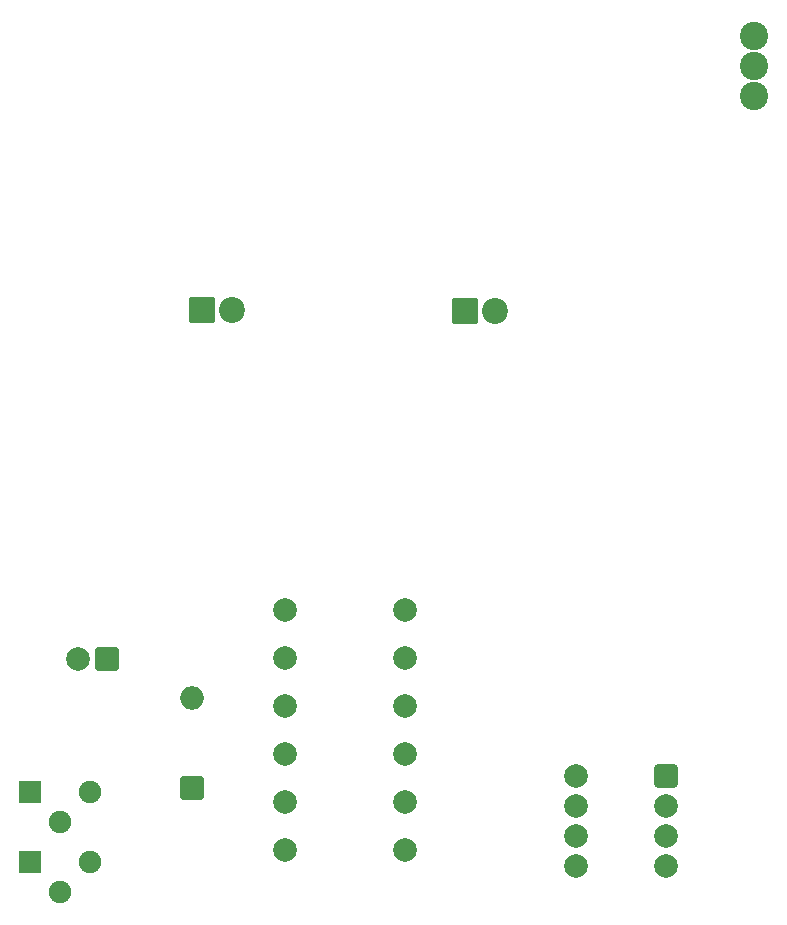
<source format=gbr>
%TF.GenerationSoftware,KiCad,Pcbnew,9.0.6*%
%TF.CreationDate,2025-12-31T17:09:58+01:00*%
%TF.ProjectId,Panda,50616e64-612e-46b6-9963-61645f706362,rev?*%
%TF.SameCoordinates,Original*%
%TF.FileFunction,Soldermask,Top*%
%TF.FilePolarity,Negative*%
%FSLAX46Y46*%
G04 Gerber Fmt 4.6, Leading zero omitted, Abs format (unit mm)*
G04 Created by KiCad (PCBNEW 9.0.6) date 2025-12-31 17:09:58*
%MOMM*%
%LPD*%
G01*
G04 APERTURE LIST*
G04 Aperture macros list*
%AMRoundRect*
0 Rectangle with rounded corners*
0 $1 Rounding radius*
0 $2 $3 $4 $5 $6 $7 $8 $9 X,Y pos of 4 corners*
0 Add a 4 corners polygon primitive as box body*
4,1,4,$2,$3,$4,$5,$6,$7,$8,$9,$2,$3,0*
0 Add four circle primitives for the rounded corners*
1,1,$1+$1,$2,$3*
1,1,$1+$1,$4,$5*
1,1,$1+$1,$6,$7*
1,1,$1+$1,$8,$9*
0 Add four rect primitives between the rounded corners*
20,1,$1+$1,$2,$3,$4,$5,0*
20,1,$1+$1,$4,$5,$6,$7,0*
20,1,$1+$1,$6,$7,$8,$9,0*
20,1,$1+$1,$8,$9,$2,$3,0*%
G04 Aperture macros list end*
%ADD10RoundRect,0.200000X-0.900000X-0.900000X0.900000X-0.900000X0.900000X0.900000X-0.900000X0.900000X0*%
%ADD11C,2.200000*%
%ADD12RoundRect,0.312500X0.687500X0.687500X-0.687500X0.687500X-0.687500X-0.687500X0.687500X-0.687500X0*%
%ADD13C,2.000000*%
%ADD14C,2.400000*%
%ADD15RoundRect,0.200000X-0.750000X-0.750000X0.750000X-0.750000X0.750000X0.750000X-0.750000X0.750000X0*%
%ADD16C,1.900000*%
%ADD17O,2.000000X2.000000*%
%ADD18RoundRect,0.200000X0.800000X-0.800000X0.800000X0.800000X-0.800000X0.800000X-0.800000X-0.800000X0*%
%ADD19RoundRect,0.200000X0.800000X0.800000X-0.800000X0.800000X-0.800000X-0.800000X0.800000X-0.800000X0*%
G04 APERTURE END LIST*
D10*
%TO.C,D2*%
X101600000Y-80000000D03*
D11*
X104140000Y-80000000D03*
%TD*%
D10*
%TO.C,D1*%
X79300000Y-79900000D03*
D11*
X81840000Y-79900000D03*
%TD*%
D12*
%TO.C,U1*%
X118600000Y-119380000D03*
D13*
X118600000Y-121920000D03*
X118600000Y-124460000D03*
X118600000Y-127000000D03*
X110980000Y-127000000D03*
X110980000Y-124460000D03*
X110980000Y-121920000D03*
X110980000Y-119380000D03*
%TD*%
D14*
%TO.C,S1*%
X126100000Y-56720000D03*
X126100000Y-59260000D03*
X126100000Y-61800000D03*
%TD*%
D13*
%TO.C,R7*%
X86340000Y-109400000D03*
X96500000Y-109400000D03*
%TD*%
%TO.C,R6*%
X86340000Y-113450000D03*
X96500000Y-113450000D03*
%TD*%
%TO.C,R5*%
X86340000Y-117500000D03*
X96500000Y-117500000D03*
%TD*%
%TO.C,R4*%
X86340000Y-121550000D03*
X96500000Y-121550000D03*
%TD*%
%TO.C,R3*%
X86340000Y-125600000D03*
X96500000Y-125600000D03*
%TD*%
%TO.C,R8*%
X86340000Y-105350000D03*
X96500000Y-105350000D03*
%TD*%
D15*
%TO.C,Q2*%
X64760000Y-120681193D03*
D16*
X67300000Y-123221193D03*
X69840000Y-120681193D03*
%TD*%
D15*
%TO.C,Q1*%
X64760000Y-126623578D03*
D16*
X67300000Y-129163578D03*
X69840000Y-126623578D03*
%TD*%
D17*
%TO.C,D3*%
X78500000Y-112790000D03*
D18*
X78500000Y-120410000D03*
%TD*%
D19*
%TO.C,C1*%
X71292500Y-109500000D03*
D13*
X68792500Y-109500000D03*
%TD*%
M02*

</source>
